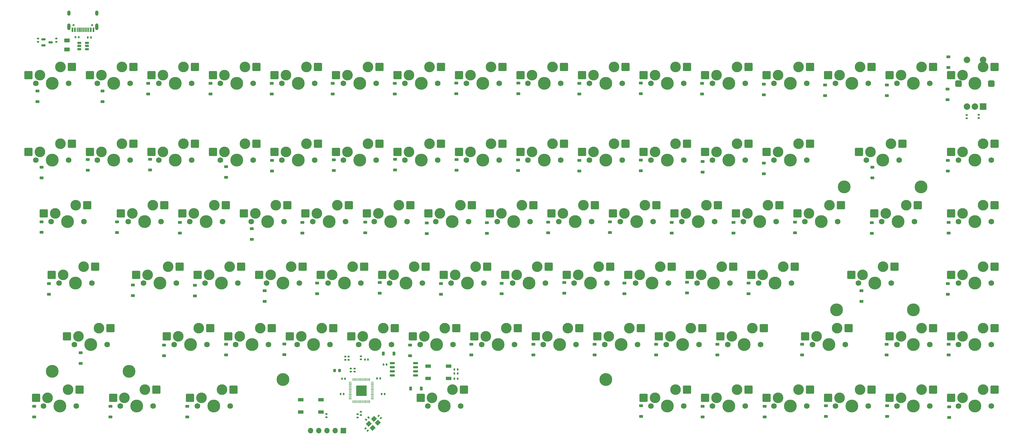
<source format=gbr>
%TF.GenerationSoftware,KiCad,Pcbnew,7.0.6*%
%TF.CreationDate,2023-09-17T10:38:13-04:00*%
%TF.ProjectId,ze-keyboard,7a652d6b-6579-4626-9f61-72642e6b6963,rev?*%
%TF.SameCoordinates,Original*%
%TF.FileFunction,Soldermask,Bot*%
%TF.FilePolarity,Negative*%
%FSLAX46Y46*%
G04 Gerber Fmt 4.6, Leading zero omitted, Abs format (unit mm)*
G04 Created by KiCad (PCBNEW 7.0.6) date 2023-09-17 10:38:13*
%MOMM*%
%LPD*%
G01*
G04 APERTURE LIST*
G04 Aperture macros list*
%AMRoundRect*
0 Rectangle with rounded corners*
0 $1 Rounding radius*
0 $2 $3 $4 $5 $6 $7 $8 $9 X,Y pos of 4 corners*
0 Add a 4 corners polygon primitive as box body*
4,1,4,$2,$3,$4,$5,$6,$7,$8,$9,$2,$3,0*
0 Add four circle primitives for the rounded corners*
1,1,$1+$1,$2,$3*
1,1,$1+$1,$4,$5*
1,1,$1+$1,$6,$7*
1,1,$1+$1,$8,$9*
0 Add four rect primitives between the rounded corners*
20,1,$1+$1,$2,$3,$4,$5,0*
20,1,$1+$1,$4,$5,$6,$7,0*
20,1,$1+$1,$6,$7,$8,$9,0*
20,1,$1+$1,$8,$9,$2,$3,0*%
%AMRotRect*
0 Rectangle, with rotation*
0 The origin of the aperture is its center*
0 $1 length*
0 $2 width*
0 $3 Rotation angle, in degrees counterclockwise*
0 Add horizontal line*
21,1,$1,$2,0,0,$3*%
%AMFreePoly0*
4,1,29,-1.000000,0.500000,-0.988573,0.606283,-0.938839,0.739624,-0.853553,0.853553,-0.739624,0.938839,-0.606283,0.988573,-0.500000,1.000000,0.500000,1.000000,0.606283,0.988573,0.739624,0.938839,0.853553,0.853553,0.938839,0.739624,0.988573,0.606283,1.000000,0.500000,1.000000,-0.500000,0.988573,-0.606283,0.938839,-0.739624,0.853553,-0.853553,0.739624,-0.938839,0.606283,-0.988573,
0.500000,-1.000000,-0.500000,-1.000000,-0.606283,-0.988573,-0.739624,-0.938839,-0.853553,-0.853553,-0.938839,-0.739624,-0.988573,-0.606283,-1.000000,-0.500000,-1.000000,0.500000,-1.000000,0.500000,$1*%
G04 Aperture macros list end*
%ADD10RoundRect,0.140000X0.140000X0.170000X-0.140000X0.170000X-0.140000X-0.170000X0.140000X-0.170000X0*%
%ADD11RoundRect,0.225000X0.225000X0.375000X-0.225000X0.375000X-0.225000X-0.375000X0.225000X-0.375000X0*%
%ADD12C,1.750000*%
%ADD13C,3.987800*%
%ADD14C,3.300000*%
%ADD15RoundRect,0.250000X1.025000X1.000000X-1.025000X1.000000X-1.025000X-1.000000X1.025000X-1.000000X0*%
%ADD16RoundRect,0.140000X-0.170000X0.140000X-0.170000X-0.140000X0.170000X-0.140000X0.170000X0.140000X0*%
%ADD17RoundRect,0.225000X0.375000X-0.225000X0.375000X0.225000X-0.375000X0.225000X-0.375000X-0.225000X0*%
%ADD18R,1.700000X1.000000*%
%ADD19RoundRect,0.225000X-0.225000X-0.375000X0.225000X-0.375000X0.225000X0.375000X-0.225000X0.375000X0*%
%ADD20RoundRect,0.140000X-0.140000X-0.170000X0.140000X-0.170000X0.140000X0.170000X-0.140000X0.170000X0*%
%ADD21RoundRect,0.135000X-0.185000X0.135000X-0.185000X-0.135000X0.185000X-0.135000X0.185000X0.135000X0*%
%ADD22RoundRect,0.135000X-0.135000X-0.185000X0.135000X-0.185000X0.135000X0.185000X-0.135000X0.185000X0*%
%ADD23RoundRect,0.135000X0.135000X0.185000X-0.135000X0.185000X-0.135000X-0.185000X0.135000X-0.185000X0*%
%ADD24RoundRect,0.250000X-0.625000X0.375000X-0.625000X-0.375000X0.625000X-0.375000X0.625000X0.375000X0*%
%ADD25RoundRect,0.135000X0.035355X-0.226274X0.226274X-0.035355X-0.035355X0.226274X-0.226274X0.035355X0*%
%ADD26RoundRect,0.140000X-0.219203X-0.021213X-0.021213X-0.219203X0.219203X0.021213X0.021213X0.219203X0*%
%ADD27C,0.650000*%
%ADD28R,0.600000X1.450000*%
%ADD29R,0.300000X1.450000*%
%ADD30O,1.000000X1.600000*%
%ADD31O,1.000000X2.100000*%
%ADD32RotRect,1.400000X1.200000X45.000000*%
%ADD33RoundRect,0.135000X0.185000X-0.135000X0.185000X0.135000X-0.185000X0.135000X-0.185000X-0.135000X0*%
%ADD34R,2.000000X2.000000*%
%ADD35C,2.000000*%
%ADD36FreePoly0,90.000000*%
%ADD37RoundRect,0.225000X0.225000X0.250000X-0.225000X0.250000X-0.225000X-0.250000X0.225000X-0.250000X0*%
%ADD38R,1.700000X1.700000*%
%ADD39O,1.700000X1.700000*%
%ADD40RoundRect,0.225000X-0.375000X0.225000X-0.375000X-0.225000X0.375000X-0.225000X0.375000X0.225000X0*%
%ADD41RoundRect,0.140000X0.170000X-0.140000X0.170000X0.140000X-0.170000X0.140000X-0.170000X-0.140000X0*%
%ADD42RoundRect,0.150000X0.650000X0.150000X-0.650000X0.150000X-0.650000X-0.150000X0.650000X-0.150000X0*%
%ADD43RoundRect,0.150000X-0.512500X-0.150000X0.512500X-0.150000X0.512500X0.150000X-0.512500X0.150000X0*%
%ADD44RoundRect,0.150000X0.475000X0.150000X-0.475000X0.150000X-0.475000X-0.150000X0.475000X-0.150000X0*%
%ADD45RoundRect,0.140000X0.219203X0.021213X0.021213X0.219203X-0.219203X-0.021213X-0.021213X-0.219203X0*%
%ADD46RoundRect,0.050000X0.387500X0.050000X-0.387500X0.050000X-0.387500X-0.050000X0.387500X-0.050000X0*%
%ADD47RoundRect,0.050000X0.050000X0.387500X-0.050000X0.387500X-0.050000X-0.387500X0.050000X-0.387500X0*%
%ADD48R,3.200000X3.200000*%
G04 APERTURE END LIST*
D10*
%TO.C,C5*%
X168885000Y-139325000D03*
X167925000Y-139325000D03*
%TD*%
D11*
%TO.C,D65*%
X184450000Y-126800000D03*
X181150000Y-126800000D03*
%TD*%
D12*
%TO.C,MX42*%
X283705000Y-85912500D03*
D13*
X278625000Y-85912500D03*
D12*
X273545000Y-85912500D03*
D14*
X274815000Y-83372500D03*
D15*
X271265000Y-83372500D03*
X284715000Y-80832500D03*
D14*
X281165000Y-80832500D03*
%TD*%
D16*
%TO.C,C2*%
X173125000Y-145620000D03*
X173125000Y-146580000D03*
%TD*%
D17*
%TO.C,D57*%
X275200000Y-108000000D03*
X275200000Y-104700000D03*
%TD*%
%TO.C,D33*%
X98700000Y-89300000D03*
X98700000Y-86000000D03*
%TD*%
D12*
%TO.C,MX20*%
X140830000Y-66862500D03*
D13*
X135750000Y-66862500D03*
D12*
X130670000Y-66862500D03*
D14*
X131940000Y-64322500D03*
D15*
X128390000Y-64322500D03*
X141840000Y-61782500D03*
D14*
X138290000Y-61782500D03*
%TD*%
D12*
%TO.C,MX51*%
X174167500Y-104962500D03*
D13*
X169087500Y-104962500D03*
D12*
X164007500Y-104962500D03*
D14*
X165277500Y-102422500D03*
D15*
X161727500Y-102422500D03*
X175177500Y-99882500D03*
D14*
X171627500Y-99882500D03*
%TD*%
D18*
%TO.C,SW1*%
X201350000Y-130700000D03*
X195050000Y-130700000D03*
X201350000Y-134500000D03*
X195050000Y-134500000D03*
%TD*%
D17*
%TO.C,D84*%
X356400000Y-146650000D03*
X356400000Y-143350000D03*
%TD*%
D12*
%TO.C,MX37*%
X188455000Y-85912500D03*
D13*
X183375000Y-85912500D03*
D12*
X178295000Y-85912500D03*
D14*
X179565000Y-83372500D03*
D15*
X176015000Y-83372500D03*
X189465000Y-80832500D03*
D14*
X185915000Y-80832500D03*
%TD*%
D17*
%TO.C,D42*%
X270450000Y-89500000D03*
X270450000Y-86200000D03*
%TD*%
%TO.C,D73*%
X337000000Y-127250000D03*
X337000000Y-123950000D03*
%TD*%
D12*
%TO.C,MX14*%
X331330000Y-43050000D03*
D13*
X326250000Y-43050000D03*
D12*
X321170000Y-43050000D03*
D14*
X322440000Y-40510000D03*
D15*
X318890000Y-40510000D03*
X332340000Y-37970000D03*
D14*
X328790000Y-37970000D03*
%TD*%
D19*
%TO.C,D78*%
X189550000Y-137600000D03*
X192850000Y-137600000D03*
%TD*%
D12*
%TO.C,MX44*%
X321805000Y-85912500D03*
D13*
X316725000Y-85912500D03*
D12*
X311645000Y-85912500D03*
D14*
X312915000Y-83372500D03*
D15*
X309365000Y-83372500D03*
X322815000Y-80832500D03*
D14*
X319265000Y-80832500D03*
%TD*%
D17*
%TO.C,D56*%
X255800000Y-108250000D03*
X255800000Y-104950000D03*
%TD*%
D12*
%TO.C,MX35*%
X150355000Y-85912500D03*
D13*
X145275000Y-85912500D03*
D12*
X140195000Y-85912500D03*
D14*
X141465000Y-83372500D03*
D15*
X137915000Y-83372500D03*
X151365000Y-80832500D03*
D14*
X147815000Y-80832500D03*
%TD*%
D12*
%TO.C,MX80*%
X293230000Y-143062500D03*
D13*
X288150000Y-143062500D03*
D12*
X283070000Y-143062500D03*
D14*
X284340000Y-140522500D03*
D15*
X280790000Y-140522500D03*
X294240000Y-137982500D03*
D14*
X290690000Y-137982500D03*
%TD*%
D20*
%TO.C,C13*%
X175460000Y-128690000D03*
X176420000Y-128690000D03*
%TD*%
D17*
%TO.C,D25*%
X222850000Y-70070000D03*
X222850000Y-66770000D03*
%TD*%
D21*
%TO.C,R11*%
X361800000Y-52890000D03*
X361800000Y-53910000D03*
%TD*%
D17*
%TO.C,D24*%
X203840000Y-70000000D03*
X203840000Y-66700000D03*
%TD*%
D12*
%TO.C,MX71*%
X297992500Y-124012500D03*
D13*
X292912500Y-124012500D03*
D12*
X287832500Y-124012500D03*
D14*
X289102500Y-121472500D03*
D15*
X285552500Y-121472500D03*
X299002500Y-118932500D03*
D14*
X295452500Y-118932500D03*
%TD*%
D12*
%TO.C,MX41*%
X264655000Y-85912500D03*
D13*
X259575000Y-85912500D03*
D12*
X254495000Y-85912500D03*
D14*
X255765000Y-83372500D03*
D15*
X252215000Y-83372500D03*
X265665000Y-80832500D03*
D14*
X262115000Y-80832500D03*
%TD*%
D17*
%TO.C,D26*%
X241830000Y-70217500D03*
X241830000Y-66917500D03*
%TD*%
%TO.C,D11*%
X260850000Y-46250000D03*
X260850000Y-42950000D03*
%TD*%
%TO.C,D2*%
X94150000Y-48700000D03*
X94150000Y-45400000D03*
%TD*%
D12*
%TO.C,MX57*%
X288467500Y-104962500D03*
D13*
X283387500Y-104962500D03*
D12*
X278307500Y-104962500D03*
D14*
X279577500Y-102422500D03*
D15*
X276027500Y-102422500D03*
X289477500Y-99882500D03*
D14*
X285927500Y-99882500D03*
%TD*%
D13*
%TO.C,S3*%
X347681250Y-75117500D03*
X323868750Y-75117500D03*
%TD*%
D22*
%TO.C,R5*%
X203115000Y-132950000D03*
X204135000Y-132950000D03*
%TD*%
D23*
%TO.C,R3*%
X204135000Y-131750000D03*
X203115000Y-131750000D03*
%TD*%
D17*
%TO.C,D48*%
X103600000Y-108850000D03*
X103600000Y-105550000D03*
%TD*%
D12*
%TO.C,MX76*%
X109873750Y-143062500D03*
D13*
X104793750Y-143062500D03*
D12*
X99713750Y-143062500D03*
D14*
X100983750Y-140522500D03*
D15*
X97433750Y-140522500D03*
X110883750Y-137982500D03*
D14*
X107333750Y-137982500D03*
%TD*%
D12*
%TO.C,MX27*%
X274180000Y-66862500D03*
D13*
X269100000Y-66862500D03*
D12*
X264020000Y-66862500D03*
D14*
X265290000Y-64322500D03*
D15*
X261740000Y-64322500D03*
X275190000Y-61782500D03*
D14*
X271640000Y-61782500D03*
%TD*%
D12*
%TO.C,MX81*%
X312280000Y-143062500D03*
D13*
X307200000Y-143062500D03*
D12*
X302120000Y-143062500D03*
D14*
X303390000Y-140522500D03*
D15*
X299840000Y-140522500D03*
X313290000Y-137982500D03*
D14*
X309740000Y-137982500D03*
%TD*%
D12*
%TO.C,MX66*%
X202742500Y-124012500D03*
D13*
X197662500Y-124012500D03*
D12*
X192582500Y-124012500D03*
D14*
X193852500Y-121472500D03*
D15*
X190302500Y-121472500D03*
X203752500Y-118932500D03*
D14*
X200202500Y-118932500D03*
%TD*%
D12*
%TO.C,MX4*%
X140830000Y-43050000D03*
D13*
X135750000Y-43050000D03*
D12*
X130670000Y-43050000D03*
D14*
X131940000Y-40510000D03*
D15*
X128390000Y-40510000D03*
X141840000Y-37970000D03*
D14*
X138290000Y-37970000D03*
%TD*%
D12*
%TO.C,MX64*%
X164642500Y-124012500D03*
D13*
X159562500Y-124012500D03*
D12*
X154482500Y-124012500D03*
D14*
X155752500Y-121472500D03*
D15*
X152202500Y-121472500D03*
X165652500Y-118932500D03*
D14*
X162102500Y-118932500D03*
%TD*%
D17*
%TO.C,D66*%
X189400000Y-127450000D03*
X189400000Y-124150000D03*
%TD*%
%TO.C,D34*%
X118100000Y-89450000D03*
X118100000Y-86150000D03*
%TD*%
D12*
%TO.C,MX45*%
X345617500Y-85912500D03*
D13*
X340537500Y-85912500D03*
D12*
X335457500Y-85912500D03*
D14*
X336727500Y-83372500D03*
D15*
X333177500Y-83372500D03*
X346627500Y-80832500D03*
D14*
X343077500Y-80832500D03*
%TD*%
D18*
%TO.C,SW2*%
X161824000Y-141138000D03*
X155524000Y-141138000D03*
X161824000Y-144938000D03*
X155524000Y-144938000D03*
%TD*%
D24*
%TO.C,F1*%
X83125000Y-29800000D03*
X83125000Y-32600000D03*
%TD*%
D17*
%TO.C,D8*%
X203700000Y-46300000D03*
X203700000Y-43000000D03*
%TD*%
D25*
%TO.C,R8*%
X175809376Y-147315624D03*
X176530624Y-146594376D03*
%TD*%
D17*
%TO.C,D58*%
X294200000Y-108250000D03*
X294200000Y-104950000D03*
%TD*%
%TO.C,D7*%
X184700000Y-46350000D03*
X184700000Y-43050000D03*
%TD*%
%TO.C,D4*%
X127600000Y-46400000D03*
X127600000Y-43100000D03*
%TD*%
D12*
%TO.C,MX77*%
X133686250Y-143062500D03*
D13*
X128606250Y-143062500D03*
D12*
X123526250Y-143062500D03*
D14*
X124796250Y-140522500D03*
D15*
X121246250Y-140522500D03*
X134696250Y-137982500D03*
D14*
X131146250Y-137982500D03*
%TD*%
D22*
%TO.C,R6*%
X203115000Y-134550000D03*
X204135000Y-134550000D03*
%TD*%
D23*
%TO.C,R9*%
X90585000Y-28850000D03*
X89565000Y-28850000D03*
%TD*%
D26*
%TO.C,C12*%
X179666246Y-146094933D03*
X180345068Y-146773755D03*
%TD*%
D12*
%TO.C,MX22*%
X178930000Y-66862500D03*
D13*
X173850000Y-66862500D03*
D12*
X168770000Y-66862500D03*
D14*
X170040000Y-64322500D03*
D15*
X166490000Y-64322500D03*
X179940000Y-61782500D03*
D14*
X176390000Y-61782500D03*
%TD*%
D17*
%TO.C,D50*%
X144400000Y-110650000D03*
X144400000Y-107350000D03*
%TD*%
D12*
%TO.C,MX46*%
X369430000Y-85912500D03*
D13*
X364350000Y-85912500D03*
D12*
X359270000Y-85912500D03*
D14*
X360540000Y-83372500D03*
D15*
X356990000Y-83372500D03*
X370440000Y-80832500D03*
D14*
X366890000Y-80832500D03*
%TD*%
D17*
%TO.C,D10*%
X241850000Y-46400000D03*
X241850000Y-43100000D03*
%TD*%
%TO.C,D63*%
X132400000Y-127250000D03*
X132400000Y-123950000D03*
%TD*%
%TO.C,D61*%
X87400000Y-129850000D03*
X87400000Y-126550000D03*
%TD*%
%TO.C,D23*%
X184770000Y-69920000D03*
X184770000Y-66620000D03*
%TD*%
D12*
%TO.C,MX84*%
X369430000Y-143062500D03*
D13*
X364350000Y-143062500D03*
D12*
X359270000Y-143062500D03*
D14*
X360540000Y-140522500D03*
D15*
X356990000Y-140522500D03*
X370440000Y-137982500D03*
D14*
X366890000Y-137982500D03*
%TD*%
D12*
%TO.C,MX23*%
X197980000Y-66862500D03*
D13*
X192900000Y-66862500D03*
D12*
X187820000Y-66862500D03*
D14*
X189090000Y-64322500D03*
D15*
X185540000Y-64322500D03*
X198990000Y-61782500D03*
D14*
X195440000Y-61782500D03*
%TD*%
D12*
%TO.C,MX79*%
X274180000Y-143062500D03*
D13*
X269100000Y-143062500D03*
D12*
X264020000Y-143062500D03*
D14*
X265290000Y-140522500D03*
D15*
X261740000Y-140522500D03*
X275190000Y-137982500D03*
D14*
X271640000Y-137982500D03*
%TD*%
D21*
%TO.C,R12*%
X365506000Y-52830000D03*
X365506000Y-53850000D03*
%TD*%
D12*
%TO.C,MX70*%
X278942500Y-124012500D03*
D13*
X273862500Y-124012500D03*
D12*
X268782500Y-124012500D03*
D14*
X270052500Y-121472500D03*
D15*
X266502500Y-121472500D03*
X279952500Y-118932500D03*
D14*
X276402500Y-118932500D03*
%TD*%
D17*
%TO.C,D27*%
X260900000Y-70150000D03*
X260900000Y-66850000D03*
%TD*%
D12*
%TO.C,MX17*%
X83680000Y-66862500D03*
D13*
X78600000Y-66862500D03*
D12*
X73520000Y-66862500D03*
D14*
X74790000Y-64322500D03*
D15*
X71240000Y-64322500D03*
X84690000Y-61782500D03*
D14*
X81140000Y-61782500D03*
%TD*%
D12*
%TO.C,MX21*%
X159880000Y-66862500D03*
D13*
X154800000Y-66862500D03*
D12*
X149720000Y-66862500D03*
D14*
X150990000Y-64322500D03*
D15*
X147440000Y-64322500D03*
X160890000Y-61782500D03*
D14*
X157340000Y-61782500D03*
%TD*%
D20*
%TO.C,C7*%
X179200000Y-134530000D03*
X180160000Y-134530000D03*
%TD*%
D12*
%TO.C,MX54*%
X231317500Y-104962500D03*
D13*
X226237500Y-104962500D03*
D12*
X221157500Y-104962500D03*
D14*
X222427500Y-102422500D03*
D15*
X218877500Y-102422500D03*
X232327500Y-99882500D03*
D14*
X228777500Y-99882500D03*
%TD*%
D27*
%TO.C,J2*%
X85210000Y-24990000D03*
X90990000Y-24990000D03*
D28*
X84850000Y-26435000D03*
X85650000Y-26435000D03*
D29*
X86850000Y-26435000D03*
X87850000Y-26435000D03*
X88350000Y-26435000D03*
X89350000Y-26435000D03*
D28*
X90550000Y-26435000D03*
X91350000Y-26435000D03*
X91350000Y-26435000D03*
X90550000Y-26435000D03*
D29*
X89850000Y-26435000D03*
X88850000Y-26435000D03*
X87350000Y-26435000D03*
X86350000Y-26435000D03*
D28*
X85650000Y-26435000D03*
X84850000Y-26435000D03*
D30*
X83780000Y-21340000D03*
D31*
X83780000Y-25520000D03*
D30*
X92420000Y-21340000D03*
D31*
X92420000Y-25520000D03*
%TD*%
D32*
%TO.C,Y1*%
X176651142Y-148586777D03*
X178206777Y-147031142D03*
X179408858Y-148233223D03*
X177853223Y-149788858D03*
%TD*%
D12*
%TO.C,MX39*%
X226555000Y-85912500D03*
D13*
X221475000Y-85912500D03*
D12*
X216395000Y-85912500D03*
D14*
X217665000Y-83372500D03*
D15*
X214115000Y-83372500D03*
X227565000Y-80832500D03*
D14*
X224015000Y-80832500D03*
%TD*%
D12*
%TO.C,MX6*%
X178930000Y-43050000D03*
D13*
X173850000Y-43050000D03*
D12*
X168770000Y-43050000D03*
D14*
X170040000Y-40510000D03*
D15*
X166490000Y-40510000D03*
X179940000Y-37970000D03*
D14*
X176390000Y-37970000D03*
%TD*%
D12*
%TO.C,MX47*%
X90880000Y-104962500D03*
D13*
X85800000Y-104962500D03*
D12*
X80720000Y-104962500D03*
D14*
X81990000Y-102422500D03*
D15*
X78440000Y-102422500D03*
X91890000Y-99882500D03*
D14*
X88340000Y-99882500D03*
%TD*%
D17*
%TO.C,D37*%
X175500000Y-89350000D03*
X175500000Y-86050000D03*
%TD*%
D33*
%TO.C,R4*%
X163525000Y-146510000D03*
X163525000Y-145490000D03*
%TD*%
D12*
%TO.C,MX68*%
X240842500Y-124012500D03*
D13*
X235762500Y-124012500D03*
D12*
X230682500Y-124012500D03*
D14*
X231952500Y-121472500D03*
D15*
X228402500Y-121472500D03*
X241852500Y-118932500D03*
D14*
X238302500Y-118932500D03*
%TD*%
D12*
%TO.C,MX83*%
X350380000Y-143062500D03*
D13*
X345300000Y-143062500D03*
D12*
X340220000Y-143062500D03*
D14*
X341490000Y-140522500D03*
D15*
X337940000Y-140522500D03*
X351390000Y-137982500D03*
D14*
X347840000Y-137982500D03*
%TD*%
D17*
%TO.C,D14*%
X317950000Y-46900000D03*
X317950000Y-43600000D03*
%TD*%
D12*
%TO.C,MX5*%
X159880000Y-43050000D03*
D13*
X154800000Y-43050000D03*
D12*
X149720000Y-43050000D03*
D14*
X150990000Y-40510000D03*
D15*
X147440000Y-40510000D03*
X160890000Y-37970000D03*
D14*
X157340000Y-37970000D03*
%TD*%
D34*
%TO.C,SW3*%
X366850000Y-50300000D03*
D35*
X361850000Y-50300000D03*
X364350000Y-50300000D03*
D36*
X369430000Y-43120000D03*
X359250000Y-43110000D03*
D35*
X361850000Y-35800000D03*
X366850000Y-35800000D03*
%TD*%
D12*
%TO.C,MX19*%
X121780000Y-66862500D03*
D13*
X116700000Y-66862500D03*
D12*
X111620000Y-66862500D03*
D14*
X112890000Y-64322500D03*
D15*
X109340000Y-64322500D03*
X122790000Y-61782500D03*
D14*
X119240000Y-61782500D03*
%TD*%
D17*
%TO.C,D19*%
X108870000Y-69920000D03*
X108870000Y-66620000D03*
%TD*%
D12*
%TO.C,MX82*%
X331330000Y-143062500D03*
D13*
X326250000Y-143062500D03*
D12*
X321170000Y-143062500D03*
D14*
X322440000Y-140522500D03*
D15*
X318890000Y-140522500D03*
X332340000Y-137982500D03*
D14*
X328790000Y-137982500D03*
%TD*%
D17*
%TO.C,D72*%
X310800000Y-127250000D03*
X310800000Y-123950000D03*
%TD*%
D37*
%TO.C,C3*%
X167565000Y-132010000D03*
X166015000Y-132010000D03*
%TD*%
D13*
%TO.C,S2*%
X345300000Y-113217500D03*
X321487500Y-113217500D03*
%TD*%
D17*
%TO.C,D81*%
X299200000Y-146450000D03*
X299200000Y-143150000D03*
%TD*%
D12*
%TO.C,MX12*%
X293230000Y-43050000D03*
D13*
X288150000Y-43050000D03*
D12*
X283070000Y-43050000D03*
D14*
X284340000Y-40510000D03*
D15*
X280790000Y-40510000D03*
X294240000Y-37970000D03*
D14*
X290690000Y-37970000D03*
%TD*%
D12*
%TO.C,MX8*%
X217030000Y-43050000D03*
D13*
X211950000Y-43050000D03*
D12*
X206870000Y-43050000D03*
D14*
X208140000Y-40510000D03*
D15*
X204590000Y-40510000D03*
X218040000Y-37970000D03*
D14*
X214490000Y-37970000D03*
%TD*%
D12*
%TO.C,MX50*%
X155117500Y-104962500D03*
D13*
X150037500Y-104962500D03*
D12*
X144957500Y-104962500D03*
D14*
X146227500Y-102422500D03*
D15*
X142677500Y-102422500D03*
X156127500Y-99882500D03*
D14*
X152577500Y-99882500D03*
%TD*%
D38*
%TO.C,J1*%
X168775000Y-150700000D03*
D39*
X166235000Y-150700000D03*
X163695000Y-150700000D03*
X161155000Y-150700000D03*
X158615000Y-150700000D03*
%TD*%
D17*
%TO.C,D38*%
X194600000Y-89650000D03*
X194600000Y-86350000D03*
%TD*%
D13*
%TO.C,S4*%
X150037500Y-134807500D03*
X250050000Y-134807500D03*
%TD*%
D17*
%TO.C,D39*%
X213200000Y-89550000D03*
X213200000Y-86250000D03*
%TD*%
%TO.C,D28*%
X280050000Y-70550000D03*
X280050000Y-67250000D03*
%TD*%
D12*
%TO.C,MX52*%
X193217500Y-104962500D03*
D13*
X188137500Y-104962500D03*
D12*
X183057500Y-104962500D03*
D14*
X184327500Y-102422500D03*
D15*
X180777500Y-102422500D03*
X194227500Y-99882500D03*
D14*
X190677500Y-99882500D03*
%TD*%
D12*
%TO.C,MX34*%
X131305000Y-85912500D03*
D13*
X126225000Y-85912500D03*
D12*
X121145000Y-85912500D03*
D14*
X122415000Y-83372500D03*
D15*
X118865000Y-83372500D03*
X132315000Y-80832500D03*
D14*
X128765000Y-80832500D03*
%TD*%
D17*
%TO.C,D77*%
X120400000Y-146450000D03*
X120400000Y-143150000D03*
%TD*%
D12*
%TO.C,MX62*%
X126542500Y-124012500D03*
D13*
X121462500Y-124012500D03*
D12*
X116382500Y-124012500D03*
D14*
X117652500Y-121472500D03*
D15*
X114102500Y-121472500D03*
X127552500Y-118932500D03*
D14*
X124002500Y-118932500D03*
%TD*%
D17*
%TO.C,D52*%
X180000000Y-108050000D03*
X180000000Y-104750000D03*
%TD*%
%TO.C,D36*%
X156100000Y-89450000D03*
X156100000Y-86150000D03*
%TD*%
D12*
%TO.C,MX53*%
X212267500Y-104962500D03*
D13*
X207187500Y-104962500D03*
D12*
X202107500Y-104962500D03*
D14*
X203377500Y-102422500D03*
D15*
X199827500Y-102422500D03*
X213277500Y-99882500D03*
D14*
X209727500Y-99882500D03*
%TD*%
D17*
%TO.C,D59*%
X329200000Y-110600000D03*
X329200000Y-107300000D03*
%TD*%
D12*
%TO.C,MX69*%
X259892500Y-124012500D03*
D13*
X254812500Y-124012500D03*
D12*
X249732500Y-124012500D03*
D14*
X251002500Y-121472500D03*
D15*
X247452500Y-121472500D03*
X260902500Y-118932500D03*
D14*
X257352500Y-118932500D03*
%TD*%
D12*
%TO.C,MX49*%
X136067500Y-104962500D03*
D13*
X130987500Y-104962500D03*
D12*
X125907500Y-104962500D03*
D14*
X127177500Y-102422500D03*
D15*
X123627500Y-102422500D03*
X137077500Y-99882500D03*
D14*
X133527500Y-99882500D03*
%TD*%
D17*
%TO.C,D75*%
X73000000Y-146450000D03*
X73000000Y-143150000D03*
%TD*%
D40*
%TO.C,D16*%
X356100000Y-34850000D03*
X356100000Y-38150000D03*
%TD*%
D12*
%TO.C,MX1*%
X83680000Y-43050000D03*
D13*
X78600000Y-43050000D03*
D12*
X73520000Y-43050000D03*
D14*
X74790000Y-40510000D03*
D15*
X71240000Y-40510000D03*
X84690000Y-37970000D03*
D14*
X81140000Y-37970000D03*
%TD*%
D17*
%TO.C,D53*%
X199000000Y-108450000D03*
X199000000Y-105150000D03*
%TD*%
%TO.C,D18*%
X89590000Y-70027500D03*
X89590000Y-66727500D03*
%TD*%
%TO.C,D55*%
X237200000Y-108050000D03*
X237200000Y-104750000D03*
%TD*%
%TO.C,D79*%
X261000000Y-146250000D03*
X261000000Y-142950000D03*
%TD*%
D12*
%TO.C,MX74*%
X369430000Y-124012500D03*
D13*
X364350000Y-124012500D03*
D12*
X359270000Y-124012500D03*
D14*
X360540000Y-121472500D03*
D15*
X356990000Y-121472500D03*
X370440000Y-118932500D03*
D14*
X366890000Y-118932500D03*
%TD*%
D12*
%TO.C,MX72*%
X324186250Y-124012500D03*
D13*
X319106250Y-124012500D03*
D12*
X314026250Y-124012500D03*
D14*
X315296250Y-121472500D03*
D15*
X311746250Y-121472500D03*
X325196250Y-118932500D03*
D14*
X321646250Y-118932500D03*
%TD*%
D17*
%TO.C,D1*%
X74050000Y-48750000D03*
X74050000Y-45450000D03*
%TD*%
%TO.C,D9*%
X222950000Y-46300000D03*
X222950000Y-43000000D03*
%TD*%
%TO.C,D44*%
X308600000Y-89350000D03*
X308600000Y-86050000D03*
%TD*%
%TO.C,D80*%
X280000000Y-146450000D03*
X280000000Y-143150000D03*
%TD*%
%TO.C,D51*%
X160600000Y-108250000D03*
X160600000Y-104950000D03*
%TD*%
D12*
%TO.C,MX15*%
X350380000Y-43050000D03*
D13*
X345300000Y-43050000D03*
D12*
X340220000Y-43050000D03*
D14*
X341490000Y-40510000D03*
D15*
X337940000Y-40510000D03*
X351390000Y-37970000D03*
D14*
X347840000Y-37970000D03*
%TD*%
D12*
%TO.C,MX67*%
X221792500Y-124012500D03*
D13*
X216712500Y-124012500D03*
D12*
X211632500Y-124012500D03*
D14*
X212902500Y-121472500D03*
D15*
X209352500Y-121472500D03*
X222802500Y-118932500D03*
D14*
X219252500Y-118932500D03*
%TD*%
D17*
%TO.C,D85*%
X355900000Y-48150000D03*
X355900000Y-44850000D03*
%TD*%
D12*
%TO.C,MX63*%
X145592500Y-124012500D03*
D13*
X140512500Y-124012500D03*
D12*
X135432500Y-124012500D03*
D14*
X136702500Y-121472500D03*
D15*
X133152500Y-121472500D03*
X146602500Y-118932500D03*
D14*
X143052500Y-118932500D03*
%TD*%
D12*
%TO.C,MX30*%
X340855000Y-66862500D03*
D13*
X335775000Y-66862500D03*
D12*
X330695000Y-66862500D03*
D14*
X331965000Y-64322500D03*
D15*
X328415000Y-64322500D03*
X341865000Y-61782500D03*
D14*
X338315000Y-61782500D03*
%TD*%
D17*
%TO.C,D20*%
X132460000Y-72150000D03*
X132460000Y-68850000D03*
%TD*%
%TO.C,D64*%
X150510000Y-127170000D03*
X150510000Y-123870000D03*
%TD*%
%TO.C,D35*%
X140400000Y-91450000D03*
X140400000Y-88150000D03*
%TD*%
D12*
%TO.C,MX31*%
X369430000Y-66862500D03*
D13*
X364350000Y-66862500D03*
D12*
X359270000Y-66862500D03*
D14*
X360540000Y-64322500D03*
D15*
X356990000Y-64322500D03*
X370440000Y-61782500D03*
D14*
X366890000Y-61782500D03*
%TD*%
D12*
%TO.C,MX43*%
X302755000Y-85912500D03*
D13*
X297675000Y-85912500D03*
D12*
X292595000Y-85912500D03*
D14*
X293865000Y-83372500D03*
D15*
X290315000Y-83372500D03*
X303765000Y-80832500D03*
D14*
X300215000Y-80832500D03*
%TD*%
D16*
%TO.C,C15*%
X174205000Y-144870000D03*
X174205000Y-145830000D03*
%TD*%
D17*
%TO.C,D3*%
X108350000Y-46400000D03*
X108350000Y-43100000D03*
%TD*%
%TO.C,D43*%
X289550000Y-89500000D03*
X289550000Y-86200000D03*
%TD*%
D41*
%TO.C,C16*%
X174150000Y-128580000D03*
X174150000Y-127620000D03*
%TD*%
D12*
%TO.C,MX36*%
X169405000Y-85912500D03*
D13*
X164325000Y-85912500D03*
D12*
X159245000Y-85912500D03*
D14*
X160515000Y-83372500D03*
D15*
X156965000Y-83372500D03*
X170415000Y-80832500D03*
D14*
X166865000Y-80832500D03*
%TD*%
D10*
%TO.C,C4*%
X169310000Y-134625000D03*
X168350000Y-134625000D03*
%TD*%
D33*
%TO.C,R2*%
X169327000Y-128753000D03*
X169327000Y-127733000D03*
%TD*%
D42*
%TO.C,U3*%
X191130000Y-129755000D03*
X191130000Y-131025000D03*
X191130000Y-132295000D03*
X191130000Y-133565000D03*
X183930000Y-133565000D03*
X183930000Y-132295000D03*
X183930000Y-131025000D03*
X183930000Y-129755000D03*
%TD*%
D17*
%TO.C,D21*%
X146690000Y-70237500D03*
X146690000Y-66937500D03*
%TD*%
D12*
%TO.C,MX38*%
X207505000Y-85912500D03*
D13*
X202425000Y-85912500D03*
D12*
X197345000Y-85912500D03*
D14*
X198615000Y-83372500D03*
D15*
X195065000Y-83372500D03*
X208515000Y-80832500D03*
D14*
X204965000Y-80832500D03*
%TD*%
D12*
%TO.C,MX11*%
X274180000Y-43050000D03*
D13*
X269100000Y-43050000D03*
D12*
X264020000Y-43050000D03*
D14*
X265290000Y-40510000D03*
D15*
X261740000Y-40510000D03*
X275190000Y-37970000D03*
D14*
X271640000Y-37970000D03*
%TD*%
D12*
%TO.C,MX75*%
X86061250Y-143062500D03*
D13*
X80981250Y-143062500D03*
D12*
X75901250Y-143062500D03*
D14*
X77171250Y-140522500D03*
D15*
X73621250Y-140522500D03*
X87071250Y-137982500D03*
D14*
X83521250Y-137982500D03*
%TD*%
D12*
%TO.C,MX78*%
X205123750Y-143062500D03*
D13*
X200043750Y-143062500D03*
D12*
X194963750Y-143062500D03*
D14*
X196233750Y-140522500D03*
D15*
X192683750Y-140522500D03*
X206133750Y-137982500D03*
D14*
X202583750Y-137982500D03*
%TD*%
D17*
%TO.C,D47*%
X77600000Y-108450000D03*
X77600000Y-105150000D03*
%TD*%
D12*
%TO.C,MX2*%
X102730000Y-43050000D03*
D13*
X97650000Y-43050000D03*
D12*
X92570000Y-43050000D03*
D14*
X93840000Y-40510000D03*
D15*
X90290000Y-40510000D03*
X103740000Y-37970000D03*
D14*
X100190000Y-37970000D03*
%TD*%
D12*
%TO.C,MX24*%
X217030000Y-66862500D03*
D13*
X211950000Y-66862500D03*
D12*
X206870000Y-66862500D03*
D14*
X208140000Y-64322500D03*
D15*
X204590000Y-64322500D03*
X218040000Y-61782500D03*
D14*
X214490000Y-61782500D03*
%TD*%
D17*
%TO.C,D22*%
X165770000Y-70050000D03*
X165770000Y-66750000D03*
%TD*%
%TO.C,D30*%
X332600000Y-72400000D03*
X332600000Y-69100000D03*
%TD*%
D12*
%TO.C,MX33*%
X112255000Y-85912500D03*
D13*
X107175000Y-85912500D03*
D12*
X102095000Y-85912500D03*
D14*
X103365000Y-83372500D03*
D15*
X99815000Y-83372500D03*
X113265000Y-80832500D03*
D14*
X109715000Y-80832500D03*
%TD*%
D17*
%TO.C,D40*%
X232150000Y-89350000D03*
X232150000Y-86050000D03*
%TD*%
D43*
%TO.C,U1*%
X75842500Y-31300000D03*
X75842500Y-29400000D03*
X78117500Y-30350000D03*
%TD*%
D13*
%TO.C,MX16*%
X364350000Y-43050000D03*
D14*
X360540000Y-40510000D03*
D15*
X356990000Y-40510000D03*
X370440000Y-37970000D03*
D14*
X366890000Y-37970000D03*
%TD*%
D17*
%TO.C,D70*%
X265600000Y-127250000D03*
X265600000Y-123950000D03*
%TD*%
D12*
%TO.C,MX3*%
X121780000Y-43050000D03*
D13*
X116700000Y-43050000D03*
D12*
X111620000Y-43050000D03*
D14*
X112890000Y-40510000D03*
D15*
X109340000Y-40510000D03*
X122790000Y-37970000D03*
D14*
X119240000Y-37970000D03*
%TD*%
D12*
%TO.C,MX58*%
X307517500Y-104962500D03*
D13*
X302437500Y-104962500D03*
D12*
X297357500Y-104962500D03*
D14*
X298627500Y-102422500D03*
D15*
X295077500Y-102422500D03*
X308527500Y-99882500D03*
D14*
X304977500Y-99882500D03*
%TD*%
D17*
%TO.C,D60*%
X356000000Y-108450000D03*
X356000000Y-105150000D03*
%TD*%
D44*
%TO.C,U4*%
X89307500Y-30550000D03*
X89307500Y-31500000D03*
X89307500Y-32450000D03*
X86957500Y-32450000D03*
X86957500Y-31500000D03*
X86957500Y-30550000D03*
%TD*%
D17*
%TO.C,D46*%
X356250000Y-89450000D03*
X356250000Y-86150000D03*
%TD*%
D16*
%TO.C,C8*%
X79880000Y-29220000D03*
X79880000Y-30180000D03*
%TD*%
D12*
%TO.C,MX56*%
X269417500Y-104962500D03*
D13*
X264337500Y-104962500D03*
D12*
X259257500Y-104962500D03*
D14*
X260527500Y-102422500D03*
D15*
X256977500Y-102422500D03*
X270427500Y-99882500D03*
D14*
X266877500Y-99882500D03*
%TD*%
D17*
%TO.C,D82*%
X318200000Y-146250000D03*
X318200000Y-142950000D03*
%TD*%
D41*
%TO.C,C14*%
X171080000Y-132430000D03*
X171080000Y-131470000D03*
%TD*%
D13*
%TO.C,S1*%
X102412500Y-132267500D03*
X78600000Y-132267500D03*
%TD*%
D12*
%TO.C,MX48*%
X117017500Y-104962500D03*
D13*
X111937500Y-104962500D03*
D12*
X106857500Y-104962500D03*
D14*
X108127500Y-102422500D03*
D15*
X104577500Y-102422500D03*
X118027500Y-99882500D03*
D14*
X114477500Y-99882500D03*
%TD*%
D17*
%TO.C,D31*%
X356000000Y-70250000D03*
X356000000Y-66950000D03*
%TD*%
%TO.C,D12*%
X279850000Y-46400000D03*
X279850000Y-43100000D03*
%TD*%
%TO.C,D41*%
X251350000Y-89300000D03*
X251350000Y-86000000D03*
%TD*%
D12*
%TO.C,MX10*%
X255130000Y-43050000D03*
D13*
X250050000Y-43050000D03*
D12*
X244970000Y-43050000D03*
D14*
X246240000Y-40510000D03*
D15*
X242690000Y-40510000D03*
X256140000Y-37970000D03*
D14*
X252590000Y-37970000D03*
%TD*%
D12*
%TO.C,MX25*%
X236080000Y-66862500D03*
D13*
X231000000Y-66862500D03*
D12*
X225920000Y-66862500D03*
D14*
X227190000Y-64322500D03*
D15*
X223640000Y-64322500D03*
X237090000Y-61782500D03*
D14*
X233540000Y-61782500D03*
%TD*%
D12*
%TO.C,MX18*%
X102730000Y-66862500D03*
D13*
X97650000Y-66862500D03*
D12*
X92570000Y-66862500D03*
D14*
X93840000Y-64322500D03*
D15*
X90290000Y-64322500D03*
X103740000Y-61782500D03*
D14*
X100190000Y-61782500D03*
%TD*%
D45*
%TO.C,C10*%
X176309411Y-150669411D03*
X175630589Y-149990589D03*
%TD*%
D17*
%TO.C,D13*%
X299000000Y-46600000D03*
X299000000Y-43300000D03*
%TD*%
D12*
%TO.C,MX13*%
X312280000Y-43050000D03*
D13*
X307200000Y-43050000D03*
D12*
X302120000Y-43050000D03*
D14*
X303390000Y-40510000D03*
D15*
X299840000Y-40510000D03*
X313290000Y-37970000D03*
D14*
X309740000Y-37970000D03*
%TD*%
D41*
%TO.C,C9*%
X74230000Y-30155000D03*
X74230000Y-29195000D03*
%TD*%
D17*
%TO.C,D15*%
X337100000Y-46850000D03*
X337100000Y-43550000D03*
%TD*%
D12*
%TO.C,MX7*%
X197980000Y-43050000D03*
D13*
X192900000Y-43050000D03*
D12*
X187820000Y-43050000D03*
D14*
X189090000Y-40510000D03*
D15*
X185540000Y-40510000D03*
X198990000Y-37970000D03*
D14*
X195440000Y-37970000D03*
%TD*%
D12*
%TO.C,MX40*%
X245605000Y-85912500D03*
D13*
X240525000Y-85912500D03*
D12*
X235445000Y-85912500D03*
D14*
X236715000Y-83372500D03*
D15*
X233165000Y-83372500D03*
X246615000Y-80832500D03*
D14*
X243065000Y-80832500D03*
%TD*%
D17*
%TO.C,D49*%
X122800000Y-108900000D03*
X122800000Y-105600000D03*
%TD*%
D12*
%TO.C,MX26*%
X255130000Y-66862500D03*
D13*
X250050000Y-66862500D03*
D12*
X244970000Y-66862500D03*
D14*
X246240000Y-64322500D03*
D15*
X242690000Y-64322500D03*
X256140000Y-61782500D03*
D14*
X252590000Y-61782500D03*
%TD*%
D17*
%TO.C,D71*%
X284600000Y-127250000D03*
X284600000Y-123950000D03*
%TD*%
D10*
%TO.C,C11*%
X182180000Y-130160000D03*
X181220000Y-130160000D03*
%TD*%
D46*
%TO.C,U2*%
X177764500Y-135693000D03*
X177764500Y-136093000D03*
X177764500Y-136493000D03*
X177764500Y-136893000D03*
X177764500Y-137293000D03*
X177764500Y-137693000D03*
X177764500Y-138093000D03*
X177764500Y-138493000D03*
X177764500Y-138893000D03*
X177764500Y-139293000D03*
X177764500Y-139693000D03*
X177764500Y-140093000D03*
X177764500Y-140493000D03*
X177764500Y-140893000D03*
D47*
X176927000Y-141730500D03*
X176527000Y-141730500D03*
X176127000Y-141730500D03*
X175727000Y-141730500D03*
X175327000Y-141730500D03*
X174927000Y-141730500D03*
X174527000Y-141730500D03*
X174127000Y-141730500D03*
X173727000Y-141730500D03*
X173327000Y-141730500D03*
X172927000Y-141730500D03*
X172527000Y-141730500D03*
X172127000Y-141730500D03*
X171727000Y-141730500D03*
D46*
X170889500Y-140893000D03*
X170889500Y-140493000D03*
X170889500Y-140093000D03*
X170889500Y-139693000D03*
X170889500Y-139293000D03*
X170889500Y-138893000D03*
X170889500Y-138493000D03*
X170889500Y-138093000D03*
X170889500Y-137693000D03*
X170889500Y-137293000D03*
X170889500Y-136893000D03*
X170889500Y-136493000D03*
X170889500Y-136093000D03*
X170889500Y-135693000D03*
D47*
X171727000Y-134855500D03*
X172127000Y-134855500D03*
X172527000Y-134855500D03*
X172927000Y-134855500D03*
X173327000Y-134855500D03*
X173727000Y-134855500D03*
X174127000Y-134855500D03*
X174527000Y-134855500D03*
X174927000Y-134855500D03*
X175327000Y-134855500D03*
X175727000Y-134855500D03*
X176127000Y-134855500D03*
X176527000Y-134855500D03*
X176927000Y-134855500D03*
D48*
X174327000Y-138293000D03*
%TD*%
D20*
%TO.C,C6*%
X180590000Y-139300000D03*
X181550000Y-139300000D03*
%TD*%
D17*
%TO.C,D62*%
X113200000Y-127450000D03*
X113200000Y-124150000D03*
%TD*%
%TO.C,D32*%
X75300000Y-89250000D03*
X75300000Y-85950000D03*
%TD*%
D41*
%TO.C,C1*%
X172255000Y-132430000D03*
X172255000Y-131470000D03*
%TD*%
D12*
%TO.C,MX32*%
X88442500Y-85912500D03*
D13*
X83362500Y-85912500D03*
D12*
X78282500Y-85912500D03*
D14*
X79552500Y-83372500D03*
D15*
X76002500Y-83372500D03*
X89452500Y-80832500D03*
D14*
X85902500Y-80832500D03*
%TD*%
D33*
%TO.C,R1*%
X170352000Y-128728000D03*
X170352000Y-127708000D03*
%TD*%
D12*
%TO.C,MX29*%
X312280000Y-66862500D03*
D13*
X307200000Y-66862500D03*
D12*
X302120000Y-66862500D03*
D14*
X303390000Y-64322500D03*
D15*
X299840000Y-64322500D03*
X313290000Y-61782500D03*
D14*
X309740000Y-61782500D03*
%TD*%
D17*
%TO.C,D6*%
X165500000Y-46400000D03*
X165500000Y-43100000D03*
%TD*%
D12*
%TO.C,MX9*%
X236080000Y-43050000D03*
D13*
X231000000Y-43050000D03*
D12*
X225920000Y-43050000D03*
D14*
X227190000Y-40510000D03*
D15*
X223640000Y-40510000D03*
X237090000Y-37970000D03*
D14*
X233540000Y-37970000D03*
%TD*%
D23*
%TO.C,R7*%
X86810000Y-28775000D03*
X85790000Y-28775000D03*
%TD*%
D12*
%TO.C,MX61*%
X95586250Y-124012500D03*
D13*
X90506250Y-124012500D03*
D12*
X85426250Y-124012500D03*
D14*
X86696250Y-121472500D03*
D15*
X83146250Y-121472500D03*
X96596250Y-118932500D03*
D14*
X93046250Y-118932500D03*
%TD*%
D12*
%TO.C,MX73*%
X350380000Y-124012500D03*
D13*
X345300000Y-124012500D03*
D12*
X340220000Y-124012500D03*
D14*
X341490000Y-121472500D03*
D15*
X337940000Y-121472500D03*
X351390000Y-118932500D03*
D14*
X347840000Y-118932500D03*
%TD*%
D17*
%TO.C,D5*%
X146550000Y-46400000D03*
X146550000Y-43100000D03*
%TD*%
D12*
%TO.C,MX65*%
X183692500Y-124012500D03*
D13*
X178612500Y-124012500D03*
D12*
X173532500Y-124012500D03*
D14*
X174802500Y-121472500D03*
D15*
X171252500Y-121472500D03*
X184702500Y-118932500D03*
D14*
X181152500Y-118932500D03*
%TD*%
D17*
%TO.C,D68*%
X227600000Y-127250000D03*
X227600000Y-123950000D03*
%TD*%
D12*
%TO.C,MX60*%
X369430000Y-104962500D03*
D13*
X364350000Y-104962500D03*
D12*
X359270000Y-104962500D03*
D14*
X360540000Y-102422500D03*
D15*
X356990000Y-102422500D03*
X370440000Y-99882500D03*
D14*
X366890000Y-99882500D03*
%TD*%
D17*
%TO.C,D74*%
X356200000Y-127250000D03*
X356200000Y-123950000D03*
%TD*%
%TO.C,D54*%
X217800000Y-108300000D03*
X217800000Y-105000000D03*
%TD*%
D12*
%TO.C,MX55*%
X250367500Y-104962500D03*
D13*
X245287500Y-104962500D03*
D12*
X240207500Y-104962500D03*
D14*
X241477500Y-102422500D03*
D15*
X237927500Y-102422500D03*
X251377500Y-99882500D03*
D14*
X247827500Y-99882500D03*
%TD*%
D12*
%TO.C,MX59*%
X338473750Y-104962500D03*
D13*
X333393750Y-104962500D03*
D12*
X328313750Y-104962500D03*
D14*
X329583750Y-102422500D03*
D15*
X326033750Y-102422500D03*
X339483750Y-99882500D03*
D14*
X335933750Y-99882500D03*
%TD*%
D17*
%TO.C,D67*%
X208400000Y-127250000D03*
X208400000Y-123950000D03*
%TD*%
%TO.C,D29*%
X298950000Y-71050000D03*
X298950000Y-67750000D03*
%TD*%
%TO.C,D83*%
X337200000Y-146250000D03*
X337200000Y-142950000D03*
%TD*%
%TO.C,D45*%
X332400000Y-89550000D03*
X332400000Y-86250000D03*
%TD*%
D12*
%TO.C,MX28*%
X293230000Y-66862500D03*
D13*
X288150000Y-66862500D03*
D12*
X283070000Y-66862500D03*
D14*
X284340000Y-64322500D03*
D15*
X280790000Y-64322500D03*
X294240000Y-61782500D03*
D14*
X290690000Y-61782500D03*
%TD*%
D17*
%TO.C,D76*%
X96600000Y-146450000D03*
X96600000Y-143150000D03*
%TD*%
%TO.C,D69*%
X246600000Y-127250000D03*
X246600000Y-123950000D03*
%TD*%
%TO.C,D17*%
X75250000Y-72350000D03*
X75250000Y-69050000D03*
%TD*%
M02*

</source>
